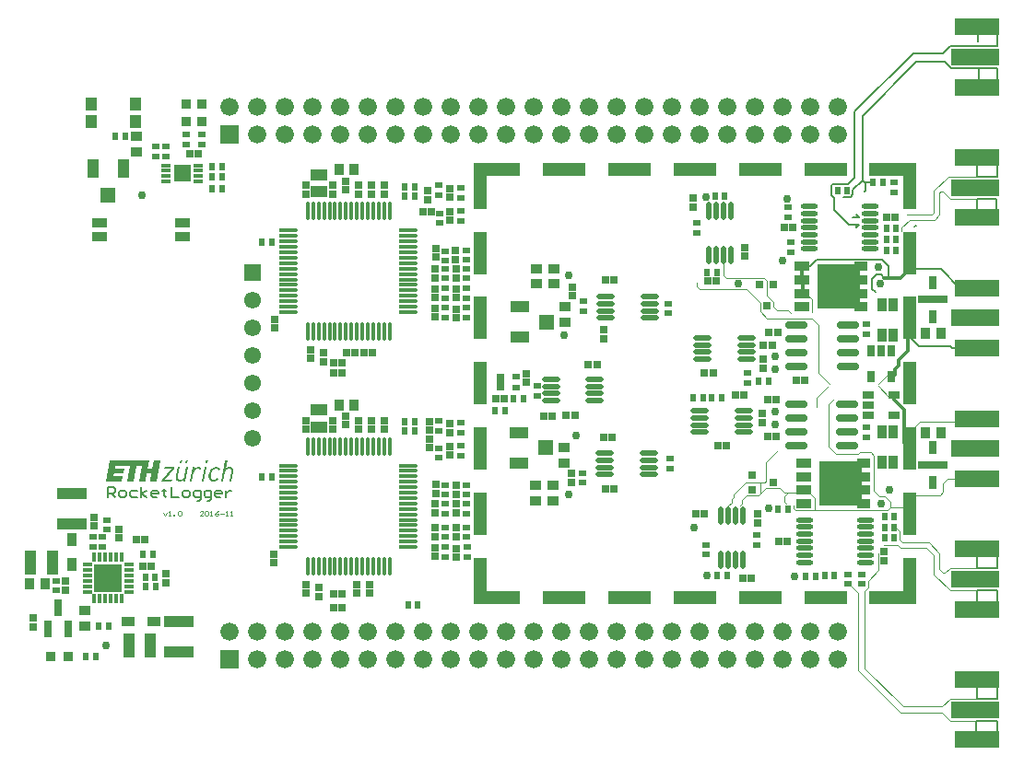
<source format=gbr>
G04 Layer_Color=8388736*
%FSLAX45Y45*%
%MOMM*%
%TF.FileFunction,Soldermask,Top*%
%TF.Part,Single*%
G01*
G75*
%TA.AperFunction,Conductor*%
%ADD59C,0.35000*%
%ADD60C,0.12500*%
%ADD61C,0.20000*%
%TA.AperFunction,NonConductor*%
%ADD70C,0.12000*%
%ADD71C,0.20000*%
%TA.AperFunction,SMDPad,CuDef*%
%ADD94R,0.60000X0.70000*%
%ADD95R,0.70000X0.60000*%
%ADD96R,0.67000X0.67000*%
%ADD97C,0.75000*%
%ADD99R,4.10000X1.65000*%
%ADD101R,0.67000X0.67000*%
%ADD103R,1.05000X0.85000*%
%ADD104R,0.85000X1.05000*%
%ADD106R,2.75000X1.10000*%
%ADD107O,1.65000X0.54900*%
%ADD110R,0.80000X1.05000*%
%ADD112O,1.55000X0.50000*%
%TA.AperFunction,ComponentPad*%
%ADD121C,1.55000*%
%ADD122R,1.55000X1.55000*%
%ADD123C,1.67400*%
%ADD124R,1.67400X1.67400*%
%TA.AperFunction,SMDPad,CuDef*%
%ADD137R,0.75000X1.65000*%
%ADD138R,2.75000X0.75000*%
%ADD139R,0.65000X1.15000*%
%ADD140R,4.40000X1.65000*%
%ADD141R,0.75000X0.50000*%
%ADD142R,1.75000X1.05000*%
%ADD143R,1.45000X1.45000*%
%ADD144R,1.42000X0.91000*%
%ADD145R,1.05000X0.80000*%
%ADD146R,0.65000X0.80000*%
%ADD147R,1.13000X2.23000*%
%ADD148O,1.65000X0.54999*%
%ADD149O,0.54900X1.65000*%
%ADD150R,0.95000X0.95000*%
%ADD151R,2.60000X2.60000*%
%ADD152O,0.40000X0.95000*%
%ADD153O,0.95000X0.40000*%
%ADD154R,0.90000X0.40000*%
%ADD155R,1.51000X1.61000*%
%ADD156R,1.29300X0.91200*%
%ADD157R,0.91200X1.29300*%
%ADD158R,1.17000X0.81000*%
%ADD159R,1.42000X0.81000*%
%ADD160R,0.91200X1.15000*%
%ADD161O,2.05000X0.75000*%
%ADD162R,0.80000X0.65000*%
%ADD163O,0.40000X1.70000*%
%ADD164O,1.70000X0.40000*%
%ADD165R,1.50000X1.10000*%
%ADD166R,1.05000X1.15000*%
%ADD167R,1.05000X1.75000*%
%ADD168R,1.45000X1.45000*%
%ADD169R,0.95000X0.95000*%
%ADD170R,1.15000X4.25000*%
%ADD171R,4.25000X1.15000*%
%ADD172R,1.15000X3.95000*%
%ADD173R,3.95000X1.15000*%
%TA.AperFunction,Conductor*%
%ADD174R,3.96000X4.06000*%
G36*
X9180582Y9449838D02*
X9161920D01*
Y9450338D01*
X9164252Y9463668D01*
X9161586Y9461002D01*
X9158754Y9458669D01*
X9155755Y9456670D01*
X9152589Y9454837D01*
X9149590Y9453504D01*
X9146424Y9452171D01*
X9143258Y9451171D01*
X9140425Y9450338D01*
X9137593Y9449838D01*
X9135093Y9449338D01*
X9132760Y9449005D01*
X9130761Y9448672D01*
X9129095D01*
X9127762Y9448505D01*
X9126762D01*
X9122930Y9448672D01*
X9119264Y9449172D01*
X9116098Y9450005D01*
X9113432Y9450838D01*
X9111099Y9451671D01*
X9109433Y9452504D01*
X9108767Y9452671D01*
X9108267Y9453004D01*
X9108100Y9453171D01*
X9107934D01*
X9105101Y9455004D01*
X9102602Y9457003D01*
X9100435Y9459169D01*
X9098769Y9461335D01*
X9097270Y9463168D01*
X9096270Y9464668D01*
X9095603Y9465668D01*
X9095437Y9465834D01*
Y9466001D01*
X9093937Y9469167D01*
X9092771Y9472499D01*
X9092104Y9475665D01*
X9091438Y9478498D01*
X9091105Y9481164D01*
Y9482163D01*
X9090938Y9483163D01*
Y9483996D01*
Y9484496D01*
Y9484829D01*
Y9484996D01*
X9091105Y9488995D01*
X9091438Y9490994D01*
X9091604Y9492827D01*
X9091938Y9494327D01*
X9092104Y9495493D01*
X9092271Y9496326D01*
Y9496660D01*
X9108767Y9579472D01*
X9127762D01*
X9127595Y9579305D01*
X9111599Y9499492D01*
X9111099Y9497160D01*
X9110766Y9494827D01*
X9110600Y9492827D01*
X9110433Y9490994D01*
X9110266Y9489661D01*
Y9488495D01*
Y9487829D01*
Y9487495D01*
X9110600Y9483830D01*
X9111266Y9480664D01*
X9112266Y9477831D01*
X9113432Y9475498D01*
X9114432Y9473666D01*
X9115432Y9472333D01*
X9116098Y9471499D01*
X9116431Y9471166D01*
X9118931Y9469167D01*
X9121763Y9467834D01*
X9124596Y9466834D01*
X9127429Y9466001D01*
X9129761Y9465668D01*
X9131761Y9465501D01*
X9132594Y9465334D01*
X9133594D01*
X9137426Y9465501D01*
X9139259Y9465834D01*
X9140758Y9466168D01*
X9142091Y9466334D01*
X9143258Y9466667D01*
X9143924Y9466834D01*
X9144091D01*
X9147423Y9468000D01*
X9150423Y9469500D01*
X9153089Y9471000D01*
X9155255Y9472499D01*
X9157254Y9473999D01*
X9158587Y9475165D01*
X9159420Y9475832D01*
X9159754Y9476165D01*
X9162753Y9479831D01*
X9165086Y9483663D01*
X9167085Y9487662D01*
X9168751Y9491494D01*
X9169251Y9493327D01*
X9169918Y9494993D01*
X9170251Y9496493D01*
X9170584Y9497659D01*
X9170917Y9498659D01*
X9171084Y9499492D01*
X9171251Y9499992D01*
Y9500159D01*
X9187080Y9579472D01*
X9206242D01*
X9180582Y9449838D01*
D02*
G37*
G36*
X9466175Y9580971D02*
X9470341Y9580472D01*
X9473840Y9579638D01*
X9477006Y9578805D01*
X9479505Y9577972D01*
X9480505Y9577639D01*
X9481338Y9577139D01*
X9482171Y9576972D01*
X9482671Y9576639D01*
X9482838Y9576473D01*
X9483004D01*
X9486337Y9574640D01*
X9489336Y9572307D01*
X9492168Y9569974D01*
X9494501Y9567475D01*
X9496501Y9565309D01*
X9498000Y9563643D01*
X9498500Y9562976D01*
X9498833Y9562476D01*
X9499167Y9562143D01*
Y9561976D01*
X9499500Y9561643D01*
X9485170Y9549646D01*
X9485004Y9550146D01*
X9483004Y9552812D01*
X9481171Y9554978D01*
X9479338Y9556811D01*
X9477672Y9558311D01*
X9476173Y9559477D01*
X9475173Y9560310D01*
X9474506Y9560810D01*
X9474173Y9560977D01*
X9472007Y9562143D01*
X9469508Y9562976D01*
X9467175Y9563476D01*
X9465009Y9563976D01*
X9463009Y9564142D01*
X9461510Y9564309D01*
X9460010D01*
X9457011Y9564142D01*
X9454178Y9563809D01*
X9451346Y9563143D01*
X9448680Y9562310D01*
X9446180Y9561476D01*
X9443848Y9560477D01*
X9441681Y9559310D01*
X9439682Y9558144D01*
X9438016Y9556978D01*
X9436349Y9555811D01*
X9435016Y9554811D01*
X9433850Y9553978D01*
X9432850Y9553145D01*
X9432184Y9552479D01*
X9431851Y9552145D01*
X9431684Y9551979D01*
X9429185Y9548980D01*
X9427018Y9545980D01*
X9425019Y9542815D01*
X9423353Y9539815D01*
X9422020Y9537316D01*
X9421520Y9536150D01*
X9421020Y9535150D01*
X9420687Y9534483D01*
X9420354Y9533817D01*
X9420187Y9533484D01*
Y9533317D01*
X9419021Y9530151D01*
X9417854Y9526819D01*
X9417021Y9523819D01*
X9416188Y9520820D01*
X9415688Y9518321D01*
X9415355Y9517321D01*
X9415188Y9516488D01*
X9415022Y9515655D01*
Y9515155D01*
X9414855Y9514822D01*
Y9514655D01*
X9414188Y9510823D01*
X9413689Y9507157D01*
X9413355Y9503991D01*
X9413189Y9501159D01*
X9413022Y9498826D01*
X9412855Y9496993D01*
Y9496326D01*
Y9495827D01*
Y9495660D01*
Y9495493D01*
X9413022Y9492661D01*
X9413189Y9489995D01*
X9413689Y9487495D01*
X9414188Y9485329D01*
X9414855Y9483163D01*
X9415688Y9481330D01*
X9416521Y9479497D01*
X9417354Y9477998D01*
X9418021Y9476498D01*
X9418854Y9475332D01*
X9419687Y9474332D01*
X9420354Y9473499D01*
X9420853Y9472832D01*
X9421353Y9472333D01*
X9421520Y9472166D01*
X9421687Y9471999D01*
X9424686Y9469833D01*
X9427685Y9468167D01*
X9430851Y9467001D01*
X9433850Y9466168D01*
X9436516Y9465668D01*
X9437682Y9465501D01*
X9438682D01*
X9439349Y9465334D01*
X9440515D01*
X9443848Y9465501D01*
X9446847Y9465834D01*
X9449513Y9466334D01*
X9452012Y9467001D01*
X9454012Y9467667D01*
X9455345Y9468167D01*
X9456344Y9468500D01*
X9456678Y9468667D01*
X9459510Y9470166D01*
X9462176Y9471833D01*
X9464676Y9473666D01*
X9467008Y9475665D01*
X9468841Y9477331D01*
X9470341Y9478664D01*
X9471340Y9479664D01*
X9471674Y9479831D01*
Y9479997D01*
X9471840Y9480164D01*
Y9479997D01*
X9482838Y9466667D01*
X9482671Y9466501D01*
X9479338Y9463335D01*
X9475839Y9460669D01*
X9472507Y9458336D01*
X9469508Y9456503D01*
X9466842Y9455004D01*
X9465675Y9454504D01*
X9464676Y9454004D01*
X9463842Y9453671D01*
X9463343Y9453337D01*
X9463009Y9453171D01*
X9462843D01*
X9458677Y9451671D01*
X9454511Y9450505D01*
X9450679Y9449672D01*
X9447013Y9449172D01*
X9445514Y9448839D01*
X9444014D01*
X9442681Y9448672D01*
X9441681Y9448505D01*
X9439515D01*
X9434517Y9448672D01*
X9429851Y9449338D01*
X9425685Y9450338D01*
X9422186Y9451338D01*
X9420520Y9451838D01*
X9419187Y9452338D01*
X9418021Y9452838D01*
X9417021Y9453337D01*
X9416188Y9453671D01*
X9415688Y9454004D01*
X9415355Y9454171D01*
X9415188D01*
X9411522Y9456503D01*
X9408357Y9459003D01*
X9405691Y9461669D01*
X9403524Y9464168D01*
X9401692Y9466501D01*
X9400359Y9468500D01*
X9400025Y9469167D01*
X9399692Y9469667D01*
X9399359Y9470000D01*
Y9470166D01*
X9397526Y9474332D01*
X9396193Y9478498D01*
X9395193Y9482663D01*
X9394527Y9486496D01*
X9394360Y9488328D01*
X9394194Y9489828D01*
X9394027Y9491328D01*
Y9492661D01*
X9393860Y9493660D01*
Y9494327D01*
Y9494827D01*
Y9494993D01*
X9394027Y9498659D01*
X9394194Y9502325D01*
X9394527Y9505657D01*
X9394860Y9508823D01*
X9395193Y9511323D01*
X9395360Y9512322D01*
X9395527Y9513322D01*
X9395693Y9513989D01*
X9395860Y9514488D01*
Y9514822D01*
Y9514988D01*
X9397026Y9520654D01*
X9398526Y9526152D01*
X9400192Y9531151D01*
X9401858Y9535983D01*
X9403858Y9540315D01*
X9405691Y9544314D01*
X9407690Y9547980D01*
X9409523Y9551146D01*
X9411356Y9554145D01*
X9413189Y9556644D01*
X9414688Y9558810D01*
X9416021Y9560643D01*
X9417188Y9561976D01*
X9418187Y9562976D01*
X9418687Y9563643D01*
X9418854Y9563809D01*
X9422186Y9566808D01*
X9425685Y9569474D01*
X9429185Y9571807D01*
X9432850Y9573807D01*
X9436516Y9575473D01*
X9440015Y9576972D01*
X9443514Y9578139D01*
X9446847Y9578972D01*
X9449846Y9579638D01*
X9452845Y9580305D01*
X9455345Y9580638D01*
X9457511Y9580805D01*
X9459344Y9580971D01*
X9460677Y9581138D01*
X9461843D01*
X9466175Y9580971D01*
D02*
G37*
G36*
X9549987Y9566475D02*
X9552653Y9569141D01*
X9555652Y9571307D01*
X9558651Y9573307D01*
X9561651Y9574973D01*
X9564817Y9576306D01*
X9567816Y9577639D01*
X9570815Y9578472D01*
X9573814Y9579305D01*
X9576480Y9579972D01*
X9578980Y9580305D01*
X9581146Y9580638D01*
X9583145Y9580971D01*
X9584811D01*
X9585978Y9581138D01*
X9586978D01*
X9590810Y9580971D01*
X9594476Y9580472D01*
X9597641Y9579638D01*
X9600474Y9578805D01*
X9602640Y9577972D01*
X9604306Y9577139D01*
X9604973Y9576972D01*
X9605473Y9576639D01*
X9605639Y9576473D01*
X9605806D01*
X9608639Y9574640D01*
X9611305Y9572640D01*
X9613471Y9570474D01*
X9615137Y9568308D01*
X9616637Y9566475D01*
X9617636Y9564976D01*
X9618303Y9563976D01*
X9618469Y9563809D01*
Y9563643D01*
X9619969Y9560477D01*
X9621135Y9557144D01*
X9621802Y9553978D01*
X9622468Y9550979D01*
X9622802Y9548313D01*
Y9547313D01*
X9622968Y9546314D01*
Y9545481D01*
Y9544981D01*
Y9544647D01*
Y9544481D01*
Y9542481D01*
X9622802Y9540315D01*
X9622635Y9538149D01*
X9622302Y9535983D01*
X9622135Y9534317D01*
X9621802Y9532817D01*
X9621635Y9531817D01*
Y9531651D01*
Y9531484D01*
X9604973Y9449838D01*
X9586144D01*
X9602140Y9529651D01*
X9602640Y9532484D01*
X9602973Y9534983D01*
X9603307Y9536983D01*
X9603473Y9538649D01*
X9603640Y9539982D01*
Y9540982D01*
Y9541482D01*
Y9541648D01*
X9603307Y9545481D01*
X9602640Y9548813D01*
X9601640Y9551646D01*
X9600474Y9553978D01*
X9599308Y9555811D01*
X9598308Y9557144D01*
X9597641Y9557977D01*
X9597308Y9558311D01*
X9594809Y9560310D01*
X9592143Y9561810D01*
X9589310Y9562809D01*
X9586644Y9563643D01*
X9584145Y9563976D01*
X9582312Y9564142D01*
X9581479Y9564309D01*
X9580479D01*
X9576647Y9563976D01*
X9574814Y9563809D01*
X9573148Y9563476D01*
X9571815Y9563143D01*
X9570815Y9562976D01*
X9569982Y9562643D01*
X9569815D01*
X9566483Y9561476D01*
X9563484Y9559977D01*
X9560818Y9558477D01*
X9558485Y9556978D01*
X9556652Y9555478D01*
X9555319Y9554312D01*
X9554486Y9553478D01*
X9554153Y9553145D01*
X9551153Y9549646D01*
X9548654Y9545647D01*
X9546655Y9541648D01*
X9545155Y9537816D01*
X9543822Y9534483D01*
X9543489Y9532984D01*
X9543155Y9531651D01*
X9542822Y9530651D01*
X9542656Y9529818D01*
X9542489Y9529318D01*
Y9529151D01*
X9526660Y9449838D01*
X9507831D01*
X9545821Y9638623D01*
X9564650D01*
X9549987Y9566475D01*
D02*
G37*
G36*
X9075608Y9563643D02*
X8989630Y9466667D01*
X9057780D01*
X9054614Y9449838D01*
X8963137D01*
X8966303Y9465834D01*
X9052114Y9562643D01*
X8987798D01*
Y9563143D01*
X8990963Y9579472D01*
X9078774D01*
X9075608Y9563643D01*
D02*
G37*
G36*
X9349705Y9449838D02*
X9330876D01*
Y9450338D01*
X9356870Y9579472D01*
X9375532D01*
X9349705Y9449838D01*
D02*
G37*
G36*
X9199077Y9615129D02*
X9180248D01*
X9185080Y9638623D01*
X9203909D01*
X9199077Y9615129D01*
D02*
G37*
G36*
X9382863D02*
X9363868D01*
X9368700Y9638623D01*
X9387695D01*
X9382863Y9615129D01*
D02*
G37*
G36*
X9148756D02*
X9129928D01*
X9134760Y9638623D01*
X9153588D01*
X9148756Y9615129D01*
D02*
G37*
G36*
X9303383Y9580971D02*
X9306383Y9580638D01*
X9309215Y9579972D01*
X9312048Y9579305D01*
X9314547Y9578305D01*
X9316880Y9577306D01*
X9318880Y9576139D01*
X9320879Y9575140D01*
X9322545Y9573973D01*
X9324045Y9572807D01*
X9325211Y9571807D01*
X9326378Y9570807D01*
X9327211Y9570141D01*
X9327711Y9569474D01*
X9328044Y9569141D01*
X9328210Y9568975D01*
X9328544Y9568641D01*
X9313048Y9555145D01*
Y9555311D01*
X9311715Y9556978D01*
X9310215Y9558311D01*
X9308715Y9559477D01*
X9307216Y9560477D01*
X9304217Y9562143D01*
X9301217Y9563143D01*
X9298718Y9563809D01*
X9297718Y9563976D01*
X9296719Y9564142D01*
X9295885Y9564309D01*
X9294886D01*
X9291720Y9564142D01*
X9288721Y9563643D01*
X9285888Y9562809D01*
X9283389Y9562143D01*
X9281389Y9561310D01*
X9279723Y9560477D01*
X9278723Y9559977D01*
X9278556Y9559810D01*
X9278390D01*
X9275557Y9557977D01*
X9273058Y9555978D01*
X9270892Y9553812D01*
X9268892Y9551812D01*
X9267393Y9549979D01*
X9266226Y9548480D01*
X9265560Y9547480D01*
X9265227Y9547313D01*
Y9547147D01*
X9263394Y9544148D01*
X9261727Y9540982D01*
X9260394Y9537982D01*
X9259395Y9535150D01*
X9258728Y9532817D01*
X9258062Y9530818D01*
X9257895Y9530151D01*
Y9529651D01*
X9257728Y9529318D01*
Y9529151D01*
X9241899Y9449838D01*
X9222904D01*
X9223071Y9450338D01*
X9248731Y9579472D01*
X9267559D01*
X9267226Y9579305D01*
X9264560Y9564642D01*
X9266893Y9567475D01*
X9269392Y9569808D01*
X9272058Y9571974D01*
X9274391Y9573640D01*
X9276557Y9574973D01*
X9278223Y9575973D01*
X9278890Y9576306D01*
X9279390Y9576639D01*
X9279556Y9576806D01*
X9279723D01*
X9283222Y9578305D01*
X9286888Y9579305D01*
X9290220Y9580138D01*
X9293386Y9580638D01*
X9296052Y9580971D01*
X9297218D01*
X9298218Y9581138D01*
X9300051D01*
X9303383Y9580971D01*
D02*
G37*
G36*
X8913650Y9449838D02*
X8854332D01*
X8868995Y9522986D01*
X8826672D01*
X8812009Y9449838D01*
X8753024D01*
X8781350Y9591469D01*
X8731863D01*
X8703370Y9449838D01*
X8644219D01*
X8672878Y9591469D01*
X8538079D01*
X8532914Y9565475D01*
X8617892D01*
X8609228Y9522986D01*
X8524250D01*
X8519084Y9497160D01*
X8604229D01*
X8594732Y9449838D01*
X8450768D01*
X8488759Y9638623D01*
X8850000D01*
X8835003Y9565475D01*
X8877659D01*
X8892322Y9638623D01*
X8951640D01*
X8913650Y9449838D01*
D02*
G37*
D59*
X15695955Y10478193D02*
X15730956Y10513193D01*
X14848454Y11176500D02*
Y11296693D01*
X15692525Y10196807D02*
X15780000Y10109331D01*
X15750000Y11320000D02*
X15830000Y11400000D01*
X15600000Y11320000D02*
X15642500D01*
X15780000Y9800000D02*
Y10109331D01*
X15692525Y10196807D02*
Y10246807D01*
X15819215Y10649215D02*
Y10910784D01*
X15730956Y10560956D02*
X15819215Y10649215D01*
X15730956Y10513193D02*
Y10560956D01*
X15642500Y11320000D02*
X15750000D01*
X14847501Y11303500D02*
Y11428008D01*
X15695955Y10428193D02*
Y10478193D01*
D60*
X15543111Y10346250D02*
X15645505Y10448644D01*
X15800000Y9320000D02*
X16110001D01*
X14719807Y9348750D02*
X14910580D01*
X16237500Y10000000D02*
X16264500Y10027000D01*
X15925000Y10000000D02*
X16237500D01*
X15830000Y9905000D02*
X15925000Y10000000D01*
X15800000Y9320000D02*
X15830000Y9290000D01*
Y9250000D02*
Y9290000D01*
X16139999Y9350000D02*
Y9430000D01*
X16110001Y9320000D02*
X16139999Y9350000D01*
Y9430000D02*
X16183000Y9473000D01*
X16452499D01*
X15556831Y9312500D02*
X15607500D01*
X15505000Y9364331D02*
X15556831Y9312500D01*
X15607500D02*
X15657526Y9262476D01*
X14962500Y9183056D02*
X15628773D01*
X14784444D02*
X14962500D01*
X14962257Y9183298D02*
Y9297073D01*
X14767500Y9200000D02*
Y9225000D01*
Y9200000D02*
X14784444Y9183056D01*
X14910580Y9348750D02*
X14962257Y9297073D01*
X14685001Y9257500D02*
X14701270Y9241231D01*
X14685001Y9257500D02*
Y9313943D01*
X14719807Y9348750D01*
X14681250D02*
X14719807D01*
X14460001Y9337500D02*
Y9435000D01*
X14512500Y9390000D02*
X14639999D01*
X14460001Y9337500D02*
X14512500Y9390000D01*
X14445000Y9322500D02*
X14460001Y9337500D01*
X14332500Y9322500D02*
X14445000D01*
X14291251Y9281250D02*
X14332500Y9322500D01*
X14170000Y9135000D02*
Y9230000D01*
X14196249Y9256250D01*
Y9283750D01*
X14218750Y9306250D02*
Y9328091D01*
X14196249Y9283750D02*
X14218750Y9306250D01*
X14460001Y9435000D02*
X14500000D01*
X14325659D02*
X14460001D01*
X14500000D02*
X14514999Y9450000D01*
X14218750Y9328091D02*
X14325659Y9435000D01*
X14514999Y9625000D02*
X14622556Y9732556D01*
X14514999Y9450000D02*
Y9625000D01*
X15543430Y10325000D02*
X15642075Y10226356D01*
X15091273Y9767607D02*
Y10159999D01*
X15474443Y9715557D02*
X15505000Y9685000D01*
Y9364331D02*
Y9685000D01*
X15376680Y9715557D02*
X15474443D01*
X15657526Y9211806D02*
Y9262476D01*
X14997501Y10442500D02*
X15039999Y10400000D01*
X14937500Y10945000D02*
X14997501Y10885000D01*
Y10442500D02*
Y10885000D01*
X13877499Y11245000D02*
Y11272500D01*
Y11245000D02*
X13907500Y11215000D01*
X14335001D02*
X14460001Y11090000D01*
X13907500Y11215000D02*
X14335001D01*
X14525000Y10945000D02*
X14937500D01*
X14460001Y11010000D02*
X14525000Y10945000D01*
X14460001Y11010000D02*
Y11090000D01*
X14718750Y11021250D02*
X14739742Y11000258D01*
X14932500Y11005000D02*
Y11121250D01*
X14122501Y11342500D02*
X14146249Y11318750D01*
X14493750D01*
X14520000Y11292500D01*
Y11160000D02*
Y11292500D01*
Y11160000D02*
X14580000Y11100000D01*
X14877249Y11176500D02*
X14932500Y11121250D01*
X15809645Y11905000D02*
X16039645D01*
X15757500Y11749320D02*
Y11782144D01*
X15830354Y11855000D01*
X16060355D01*
X16105000Y11899645D01*
Y12099645D01*
X16115356Y12110000D01*
X16139999D01*
X16202499Y12047500D01*
X16452499D01*
X15710001Y11675000D02*
Y11690000D01*
X16187144Y12252500D02*
X16450000D01*
X16055000Y12120355D02*
X16187144Y12252500D01*
X16055000Y11920356D02*
Y12120355D01*
X16039645Y11905000D02*
X16055000Y11920356D01*
X15264999Y8505000D02*
X15276250D01*
X15361250Y8420000D01*
Y7708092D02*
Y8420000D01*
Y7708092D02*
X15748091Y7321250D01*
X16128751D01*
X16128751Y7378750D02*
X16202499Y7452500D01*
X16128751Y7321250D02*
X16202499Y7247500D01*
X16439999D01*
X15450000Y8470000D02*
Y8535000D01*
X15418750Y8438750D02*
X15450000Y8470000D01*
X15418750Y7731909D02*
Y8438750D01*
Y7731909D02*
X15771909Y7378750D01*
X16128751D01*
X16202499Y7452500D02*
X16450000D01*
X15450000Y8535000D02*
X15548775Y8633775D01*
Y8790910D01*
X15596265Y8860000D02*
X15723976D01*
X15748976Y8835000D01*
X15989645D01*
X16055000Y8769645D01*
X16105000Y8640355D02*
Y8790355D01*
X16010355Y8885000D02*
X16105000Y8790355D01*
X15769687Y8885000D02*
X16010355D01*
X16055000Y8595000D02*
Y8769645D01*
Y8595000D02*
X16202499Y8447500D01*
X16450000D01*
X15692525Y9026806D02*
X15703194D01*
X15739999Y8990000D01*
Y8914687D02*
Y8990000D01*
Y8914687D02*
X15769687Y8885000D01*
X16105000Y8640355D02*
X16135356Y8610000D01*
X16160001D01*
X16202499Y8652500D01*
X16450000D01*
X15091273Y9767607D02*
X15158826Y9700056D01*
X15091273Y10159999D02*
X15143774Y10212500D01*
X14612515Y11021250D02*
X14718750D01*
X14580000Y11053765D02*
X14612515Y11021250D01*
X14580000Y11053765D02*
Y11100000D01*
X14122501Y11342500D02*
Y11527500D01*
X14280000Y9230000D02*
X14291251Y9241251D01*
Y9281250D01*
X14639999Y9390000D02*
X14681250Y9348750D01*
X15628773Y9183056D02*
X15657526Y9211806D01*
X15158826Y9700056D02*
X15361180D01*
X15376680Y9715557D01*
X15657526Y9211806D02*
X15791808D01*
X15810001Y9270000D02*
X15830000Y9250000D01*
X14978275Y10134396D02*
Y10216705D01*
X15039999Y10278431D01*
X15086569Y10325000D01*
X15039999Y10400000D02*
X15093750Y10346250D01*
D61*
X16120000Y11400000D02*
X16292999Y11227000D01*
X15830000Y11400000D02*
X16120000D01*
X16210001Y10690000D02*
X16227000Y10673000D01*
X15920000Y10690000D02*
X16210001D01*
X15830000Y10780000D02*
X15920000Y10690000D01*
X15642500Y11320000D02*
Y11425000D01*
X15580000Y11487500D02*
X15642500Y11425000D01*
X14980000Y11487500D02*
X15580000D01*
X14920508Y11428008D02*
X14980000Y11487500D01*
X14847501Y11428008D02*
X14920508D01*
X15600000Y11320000D02*
X15602499Y11322500D01*
X15137500Y11941538D02*
Y12057500D01*
X15117500Y12077500D02*
X15137500Y12057500D01*
X15117500Y12077500D02*
Y12170000D01*
X15130000Y12182500D02*
X15267720D01*
X15117500Y12170000D02*
X15130000Y12182500D01*
X15267720D02*
X15329800Y12244580D01*
X15137500Y11941538D02*
X15271538Y11807500D01*
X15295000Y12067500D02*
X15312500Y12085000D01*
X15225000Y12067500D02*
X15295000D01*
X15312500Y12085000D02*
Y12127719D01*
X15400200Y12215420D01*
X15880000Y11790000D02*
X15889999Y11800000D01*
X16630000Y11870000D02*
X16640001Y11860000D01*
X16452499Y12047500D02*
X16630000D01*
X16450000Y12252500D02*
Y12290000D01*
Y12424500D01*
Y12252500D02*
X16639999D01*
Y12350000D01*
X16563000Y12427000D02*
X16639999Y12350000D01*
X16640001Y13452499D02*
Y13550000D01*
X16135199Y13385201D02*
X16202499Y13452499D01*
X16640001Y7140000D02*
Y7247500D01*
X16439999D02*
X16640001D01*
X16439999Y7210000D02*
Y7247500D01*
X16640001Y7452500D02*
Y7610000D01*
X16450000Y7452500D02*
X16640001D01*
X16450000D02*
Y7490000D01*
X16439999Y7085500D02*
Y7210000D01*
Y7085500D02*
X16452499Y7073000D01*
X16450000Y7490000D02*
Y7624500D01*
X16637502Y8652500D02*
Y8777500D01*
X16450000Y8652500D02*
Y8690000D01*
Y8824500D01*
Y8275500D02*
Y8410000D01*
Y8447500D01*
Y8652500D02*
X16637502D01*
X16450000Y8824500D02*
X16452499Y8827000D01*
X16450000Y8447500D02*
X16637502D01*
X16450000Y8275500D02*
X16452499Y8273000D01*
X16154890Y13305110D02*
X16212500Y13247501D01*
X15339999Y11900000D02*
X15364999Y11875000D01*
X15400200Y12215420D02*
Y12810420D01*
Y12215420D02*
X15415620Y12200000D01*
X15430000D01*
X15400200Y12810420D02*
X15894890Y13305110D01*
X16470000Y13090498D02*
Y13210001D01*
Y13247501D01*
X16212500D02*
X16467500D01*
X15894890Y13305110D02*
X16154890D01*
X15489999Y11217225D02*
X15518608Y11188617D01*
X15489999Y11217225D02*
Y11310000D01*
X15520000Y11340000D01*
Y11350000D01*
X15570000D01*
X15600000Y11320000D01*
X16227000Y10673000D02*
X16452499D01*
X16460001Y8884000D02*
X16460001Y8884000D01*
X15430000Y12200000D02*
X15495000D01*
X15863980Y13385201D02*
X16135199D01*
X15329800Y12851019D02*
X15863980Y13385201D01*
X15329800Y12244580D02*
Y12851019D01*
X15271538Y11807500D02*
X15339999D01*
X15367500D01*
X15339999Y11780000D02*
X15367500Y11807500D01*
X15339999Y11780000D02*
Y11807500D01*
X15420000Y12110000D02*
X15430000Y12120000D01*
Y12200000D01*
X16470000Y13247501D02*
X16640001D01*
X16460001Y13489999D02*
Y13619501D01*
X16637502Y8777500D02*
X16640001Y8780000D01*
X16637502Y8272500D02*
X16640001Y8270000D01*
X16452499Y11873000D02*
Y12047500D01*
X16630000Y11870000D02*
Y12047500D01*
X16320000Y8820962D02*
Y8884000D01*
X16460001D01*
X16637502Y8272500D02*
Y8447500D01*
X15313181Y11875000D02*
X15364999D01*
X16202499Y13452499D02*
X16640001D01*
Y13070000D02*
Y13247501D01*
D70*
X8977842Y9163323D02*
X8994503Y9130000D01*
X9011164Y9163323D01*
X9027825Y9130000D02*
X9044486D01*
X9036156D01*
Y9179984D01*
X9027825Y9171653D01*
X9069478Y9130000D02*
Y9138331D01*
X9077809D01*
Y9130000D01*
X9069478D01*
X9111132Y9171653D02*
X9119462Y9179984D01*
X9136123D01*
X9144454Y9171653D01*
Y9138331D01*
X9136123Y9130000D01*
X9119462D01*
X9111132Y9138331D01*
Y9171653D01*
X9344389Y9130000D02*
X9311066D01*
X9344389Y9163323D01*
Y9171653D01*
X9336058Y9179984D01*
X9319397D01*
X9311066Y9171653D01*
X9361050D02*
X9369381Y9179984D01*
X9386042D01*
X9394372Y9171653D01*
Y9138331D01*
X9386042Y9130000D01*
X9369381D01*
X9361050Y9138331D01*
Y9171653D01*
X9411034Y9130000D02*
X9427695D01*
X9419364D01*
Y9179984D01*
X9411034Y9171653D01*
X9486009Y9179984D02*
X9469348Y9171653D01*
X9452687Y9154992D01*
Y9138331D01*
X9461017Y9130000D01*
X9477679D01*
X9486009Y9138331D01*
Y9146661D01*
X9477679Y9154992D01*
X9452687D01*
X9502670D02*
X9535993D01*
X9552654Y9130000D02*
X9569315D01*
X9560985D01*
Y9179984D01*
X9552654Y9171653D01*
X9594307Y9130000D02*
X9610968D01*
X9602638D01*
Y9179984D01*
X9594307Y9171653D01*
D71*
X8470000Y9300000D02*
Y9399968D01*
X8519984D01*
X8536645Y9383306D01*
Y9349984D01*
X8519984Y9333322D01*
X8470000D01*
X8503323D02*
X8536645Y9300000D01*
X8586629D02*
X8619952D01*
X8636613Y9316661D01*
Y9349984D01*
X8619952Y9366645D01*
X8586629D01*
X8569968Y9349984D01*
Y9316661D01*
X8586629Y9300000D01*
X8736581Y9366645D02*
X8686597D01*
X8669936Y9349984D01*
Y9316661D01*
X8686597Y9300000D01*
X8736581D01*
X8769903D02*
Y9399968D01*
Y9333322D02*
X8819887Y9366645D01*
X8769903Y9333322D02*
X8819887Y9300000D01*
X8919855D02*
X8886533D01*
X8869871Y9316661D01*
Y9349984D01*
X8886533Y9366645D01*
X8919855D01*
X8936516Y9349984D01*
Y9333322D01*
X8869871D01*
X8986500Y9383306D02*
Y9366645D01*
X8969839D01*
X9003162D01*
X8986500D01*
Y9316661D01*
X9003162Y9300000D01*
X9053145Y9399968D02*
Y9300000D01*
X9119790D01*
X9169775D02*
X9203097D01*
X9219758Y9316661D01*
Y9349984D01*
X9203097Y9366645D01*
X9169775D01*
X9153113Y9349984D01*
Y9316661D01*
X9169775Y9300000D01*
X9286404Y9266677D02*
X9303065D01*
X9319726Y9283339D01*
Y9366645D01*
X9269742D01*
X9253081Y9349984D01*
Y9316661D01*
X9269742Y9300000D01*
X9319726D01*
X9386371Y9266677D02*
X9403033D01*
X9419694Y9283339D01*
Y9366645D01*
X9369710D01*
X9353049Y9349984D01*
Y9316661D01*
X9369710Y9300000D01*
X9419694D01*
X9503001D02*
X9469678D01*
X9453017Y9316661D01*
Y9349984D01*
X9469678Y9366645D01*
X9503001D01*
X9519662Y9349984D01*
Y9333322D01*
X9453017D01*
X9552984Y9366645D02*
Y9300000D01*
Y9333322D01*
X9569646Y9349984D01*
X9586307Y9366645D01*
X9602968D01*
D94*
X11315000Y8310000D02*
D03*
X11225000D02*
D03*
X8385000Y8120000D02*
D03*
X8475000D02*
D03*
X14967525Y8576806D02*
D03*
X14877524D02*
D03*
X14625000Y9190000D02*
D03*
X14714999D02*
D03*
X15052525Y8586806D02*
D03*
X15142525D02*
D03*
X15710001Y11575000D02*
D03*
X15620000D02*
D03*
X15602525Y9126806D02*
D03*
X15692525D02*
D03*
X14155000Y8580000D02*
D03*
X14064999D02*
D03*
X14045000Y12070000D02*
D03*
X14135001D02*
D03*
X13975000Y11370000D02*
D03*
X14064999D02*
D03*
X9885000Y9490001D02*
D03*
X9975000D02*
D03*
X8814000Y8570000D02*
D03*
X8904000D02*
D03*
X12115000Y10100000D02*
D03*
X12025000D02*
D03*
X8355000Y7840000D02*
D03*
X8265000D02*
D03*
X8794000Y8780000D02*
D03*
X8884000D02*
D03*
X8815000Y8480000D02*
D03*
X8905000D02*
D03*
X9515000Y12250000D02*
D03*
X9425000D02*
D03*
X9515000Y12140000D02*
D03*
X9425000D02*
D03*
X9425000Y12340000D02*
D03*
X9515000D02*
D03*
X12195000Y10210000D02*
D03*
X12285000D02*
D03*
X11285000Y10000001D02*
D03*
X11195000D02*
D03*
X11285000Y9910001D02*
D03*
X11195000D02*
D03*
X11285000Y12160001D02*
D03*
X11195000D02*
D03*
X11285000Y12070001D02*
D03*
X11195000D02*
D03*
X8535000Y12620000D02*
D03*
X8625000D02*
D03*
X14535001Y10370000D02*
D03*
X14445000D02*
D03*
X15170000Y12125000D02*
D03*
X15260001D02*
D03*
X15602525Y8926806D02*
D03*
X15692525D02*
D03*
X15620000Y11775000D02*
D03*
X15710001D02*
D03*
X15585001Y12200000D02*
D03*
X15495000D02*
D03*
X15602525Y9026806D02*
D03*
X15692525D02*
D03*
X15620000Y11675000D02*
D03*
X15710001D02*
D03*
X13935001Y10220000D02*
D03*
X13845000D02*
D03*
X14105000D02*
D03*
X14014999D02*
D03*
X9885000Y11650001D02*
D03*
X9975000D02*
D03*
D95*
X7990000Y8535000D02*
D03*
Y8445000D02*
D03*
X14739999Y11645000D02*
D03*
Y11555000D02*
D03*
X14714999Y11880000D02*
D03*
Y11970000D02*
D03*
X15689999Y12105000D02*
D03*
Y12195000D02*
D03*
X13960001Y8775000D02*
D03*
Y8865000D02*
D03*
X13880000Y11825000D02*
D03*
Y11735000D02*
D03*
X14430000Y8865000D02*
D03*
Y8955000D02*
D03*
X15437524Y9946806D02*
D03*
Y9856806D02*
D03*
X15439999Y10895000D02*
D03*
Y10805000D02*
D03*
X9000000Y12525000D02*
D03*
Y12435000D02*
D03*
X8910000Y12525000D02*
D03*
Y12435000D02*
D03*
X12839999Y11015000D02*
D03*
Y11105000D02*
D03*
X12410000Y10235000D02*
D03*
Y10325000D02*
D03*
X8419000Y8845000D02*
D03*
Y8935000D02*
D03*
X8459000Y9005000D02*
D03*
Y9095000D02*
D03*
X8330000Y8935000D02*
D03*
Y8845000D02*
D03*
X13620000Y11085000D02*
D03*
Y10995000D02*
D03*
X13630000Y9655000D02*
D03*
Y9565000D02*
D03*
X11510000Y12170001D02*
D03*
Y12080001D02*
D03*
X11510000Y10005000D02*
D03*
Y9915000D02*
D03*
X11710000Y12145001D02*
D03*
Y12055001D02*
D03*
Y9985001D02*
D03*
Y9895001D02*
D03*
X11760000Y9245000D02*
D03*
Y9155000D02*
D03*
X11570000Y9245000D02*
D03*
Y9155000D02*
D03*
X15264999Y8595000D02*
D03*
Y8505000D02*
D03*
X11570000Y9415000D02*
D03*
Y9325000D02*
D03*
Y11565000D02*
D03*
Y11475000D02*
D03*
X15389999Y8595000D02*
D03*
Y8505000D02*
D03*
X14339999Y10445000D02*
D03*
Y10355000D02*
D03*
X11570000Y11405000D02*
D03*
Y11315000D02*
D03*
X11760000Y11405000D02*
D03*
Y11315000D02*
D03*
X9190000Y12545000D02*
D03*
Y12635000D02*
D03*
X11520000Y11825000D02*
D03*
Y11915000D02*
D03*
X11510000Y9665001D02*
D03*
Y9755001D02*
D03*
X11570000Y11135000D02*
D03*
Y11225000D02*
D03*
Y8935000D02*
D03*
Y9025000D02*
D03*
Y10955000D02*
D03*
Y11045000D02*
D03*
Y8755000D02*
D03*
Y8845000D02*
D03*
X11710000Y11845001D02*
D03*
Y11935001D02*
D03*
Y9685001D02*
D03*
Y9775001D02*
D03*
X11760000Y11485000D02*
D03*
Y11575000D02*
D03*
Y9325000D02*
D03*
Y9415000D02*
D03*
Y11135000D02*
D03*
Y11225000D02*
D03*
Y8935000D02*
D03*
Y9025000D02*
D03*
Y10955000D02*
D03*
Y11045000D02*
D03*
X11770000Y8755001D02*
D03*
Y8845001D02*
D03*
X9330000Y12545000D02*
D03*
Y12635000D02*
D03*
X12830000Y9525000D02*
D03*
Y9435000D02*
D03*
D96*
X10740000Y10630000D02*
D03*
X10660000D02*
D03*
X10820000D02*
D03*
X10900000D02*
D03*
X9220000Y12460000D02*
D03*
X9300000D02*
D03*
X14527525Y9861806D02*
D03*
X14607526D02*
D03*
X13039999Y11300000D02*
D03*
X13120000D02*
D03*
X13020000Y9850000D02*
D03*
X13100000D02*
D03*
X13120000Y9380000D02*
D03*
X13039999D02*
D03*
X12030000Y10210000D02*
D03*
X12110000D02*
D03*
X8729000Y8910000D02*
D03*
X8809000D02*
D03*
X12960001Y10520000D02*
D03*
X12880000D02*
D03*
X8869000Y8670000D02*
D03*
X8789000D02*
D03*
X13950000Y9150000D02*
D03*
X13870000D02*
D03*
X12760000Y10060000D02*
D03*
X12680000D02*
D03*
X12550000Y10050000D02*
D03*
X12470000D02*
D03*
X14070000Y9780000D02*
D03*
X14150000D02*
D03*
X10620000Y8290001D02*
D03*
X10539999D02*
D03*
X10620000Y8410001D02*
D03*
X10539999D02*
D03*
X11360000Y11930000D02*
D03*
X11440000D02*
D03*
X14607526Y10201806D02*
D03*
X14527525D02*
D03*
X14620000Y10820000D02*
D03*
X14539999D02*
D03*
X14870000Y10380000D02*
D03*
X14789999D02*
D03*
X14570000Y10700000D02*
D03*
X14489999D02*
D03*
X14230000Y10240000D02*
D03*
X14310001D02*
D03*
X14380000Y8560000D02*
D03*
X14300000D02*
D03*
X15700000Y11880000D02*
D03*
X15620000D02*
D03*
X14760001Y11780000D02*
D03*
X14680000D02*
D03*
X14710001Y8900000D02*
D03*
X14630000D02*
D03*
X13950000Y10450000D02*
D03*
X14030000D02*
D03*
X14060001Y11290000D02*
D03*
X13980000D02*
D03*
X10620000Y10540000D02*
D03*
X10540000D02*
D03*
X10620000Y10450001D02*
D03*
X10539999D02*
D03*
D97*
X8780000Y12080000D02*
D03*
X14710001Y12050000D02*
D03*
X8450000Y7940000D02*
D03*
X15650000Y9370000D02*
D03*
X15567500Y9245000D02*
D03*
X13850000Y9020000D02*
D03*
X13970000Y8580000D02*
D03*
X12700000Y9330000D02*
D03*
X12770000Y9870000D02*
D03*
X14664999Y11475000D02*
D03*
X14772525Y8576806D02*
D03*
X14539999Y9200000D02*
D03*
X12660000Y10790000D02*
D03*
X12703431Y11345000D02*
D03*
X13960001Y12060000D02*
D03*
X14260001Y11270000D02*
D03*
X14600000Y9970000D02*
D03*
Y10090000D02*
D03*
Y10600000D02*
D03*
Y10480000D02*
D03*
X15550000Y11420000D02*
D03*
X15560001Y11270000D02*
D03*
D99*
X16452499Y11873000D02*
D03*
Y12427000D02*
D03*
Y8273000D02*
D03*
Y8827000D02*
D03*
Y9473000D02*
D03*
Y10027000D02*
D03*
Y10673000D02*
D03*
Y11227000D02*
D03*
Y13073000D02*
D03*
Y13626999D02*
D03*
Y7073000D02*
D03*
Y7627000D02*
D03*
D101*
X8080000Y8530000D02*
D03*
Y8450000D02*
D03*
X7780000Y8190000D02*
D03*
Y8110000D02*
D03*
X9990000Y8700000D02*
D03*
Y8780000D02*
D03*
X10000000Y10860000D02*
D03*
Y10940000D02*
D03*
X10290000Y8420001D02*
D03*
Y8500001D02*
D03*
X10330000Y10580000D02*
D03*
Y10660000D02*
D03*
X10750000Y8420001D02*
D03*
Y8500001D02*
D03*
X10870000Y8420001D02*
D03*
Y8500001D02*
D03*
X10410000Y8470001D02*
D03*
Y8390001D02*
D03*
X10450000Y10630000D02*
D03*
Y10550000D02*
D03*
X11010000Y10010001D02*
D03*
Y9930001D02*
D03*
Y12170001D02*
D03*
Y12090001D02*
D03*
X10890000Y10010001D02*
D03*
Y9930001D02*
D03*
Y12170001D02*
D03*
Y12090001D02*
D03*
X10770000Y10010001D02*
D03*
Y9930001D02*
D03*
Y12170001D02*
D03*
Y12090001D02*
D03*
X8569000Y9010000D02*
D03*
Y8930000D02*
D03*
X11610000Y9900001D02*
D03*
Y9980001D02*
D03*
Y12060001D02*
D03*
Y12140001D02*
D03*
X13020000Y10760000D02*
D03*
Y10840000D02*
D03*
X14322501Y11520000D02*
D03*
Y11600000D02*
D03*
X11410000Y12040001D02*
D03*
Y12120001D02*
D03*
X11420000Y9920000D02*
D03*
Y10000000D02*
D03*
X12733431Y11235000D02*
D03*
Y11155000D02*
D03*
X8339000Y9040000D02*
D03*
Y9120000D02*
D03*
X14480000Y10070000D02*
D03*
Y9990000D02*
D03*
X13845000Y12053431D02*
D03*
Y11973431D02*
D03*
X12310000Y10440000D02*
D03*
Y10360000D02*
D03*
X8999000Y8600000D02*
D03*
Y8520000D02*
D03*
X10290000Y10010001D02*
D03*
Y9930001D02*
D03*
X10650000Y10050001D02*
D03*
Y9970001D02*
D03*
X10530000Y10010001D02*
D03*
Y9930001D02*
D03*
X10290000Y12170001D02*
D03*
Y12090001D02*
D03*
X10650000Y12210001D02*
D03*
Y12130001D02*
D03*
X10530000Y12170001D02*
D03*
Y12090001D02*
D03*
X11480000Y9420000D02*
D03*
Y9340000D02*
D03*
X11670000Y9020000D02*
D03*
Y8940000D02*
D03*
Y11220000D02*
D03*
Y11140000D02*
D03*
X11670000Y9410001D02*
D03*
Y9330001D02*
D03*
X11660000Y11570000D02*
D03*
Y11490000D02*
D03*
X11610000Y9770001D02*
D03*
Y9690001D02*
D03*
Y11930001D02*
D03*
Y11850001D02*
D03*
X14489999Y10570000D02*
D03*
Y10490000D02*
D03*
X11420000Y9840000D02*
D03*
Y9760000D02*
D03*
X11480000Y11590000D02*
D03*
Y11510000D02*
D03*
X11470000Y11220000D02*
D03*
Y11140000D02*
D03*
Y9020000D02*
D03*
Y8940000D02*
D03*
X11670000Y9160000D02*
D03*
Y9240000D02*
D03*
Y11320000D02*
D03*
Y11400000D02*
D03*
X11470000Y8760000D02*
D03*
Y8840000D02*
D03*
Y10960000D02*
D03*
Y11040000D02*
D03*
X14439999Y9070000D02*
D03*
Y9150000D02*
D03*
X15600000Y8720000D02*
D03*
Y8800000D02*
D03*
X11670000Y10950000D02*
D03*
Y11030000D02*
D03*
Y8750000D02*
D03*
Y8830000D02*
D03*
X11470000Y11320000D02*
D03*
Y11400000D02*
D03*
Y9160000D02*
D03*
Y9240000D02*
D03*
X12730000Y9440000D02*
D03*
Y9520000D02*
D03*
D103*
X8260000Y8120000D02*
D03*
Y8260000D02*
D03*
X12403431Y11265000D02*
D03*
Y11405000D02*
D03*
X12660000Y9620000D02*
D03*
Y9760000D02*
D03*
X12560000Y9270000D02*
D03*
Y9410000D02*
D03*
X12563431Y11405000D02*
D03*
Y11265000D02*
D03*
X12400000Y9410000D02*
D03*
Y9270000D02*
D03*
X12663431Y11055000D02*
D03*
Y10915000D02*
D03*
X8730000Y12480000D02*
D03*
Y12620000D02*
D03*
D104*
X7890000Y8510000D02*
D03*
X7750000D02*
D03*
X16120000Y10810000D02*
D03*
X15980000D02*
D03*
X16120000Y9900000D02*
D03*
X15980000D02*
D03*
X10590000Y10150000D02*
D03*
X10730000D02*
D03*
X10590000Y12320000D02*
D03*
X10730000D02*
D03*
D106*
X8139000Y9060000D02*
D03*
Y9340000D02*
D03*
X9119000Y8160000D02*
D03*
Y7880000D02*
D03*
D107*
X13437500Y9512500D02*
D03*
Y9577500D02*
D03*
Y9642500D02*
D03*
Y9707500D02*
D03*
X13032500Y9512500D02*
D03*
Y9577500D02*
D03*
Y9642500D02*
D03*
Y9707500D02*
D03*
X13442500Y10952500D02*
D03*
Y11017500D02*
D03*
Y11082500D02*
D03*
Y11147500D02*
D03*
X13037500Y10952500D02*
D03*
Y11017500D02*
D03*
Y11082500D02*
D03*
Y11147500D02*
D03*
X12942500Y10192500D02*
D03*
Y10257500D02*
D03*
Y10322500D02*
D03*
Y10387500D02*
D03*
X12537500Y10192500D02*
D03*
Y10257500D02*
D03*
Y10322500D02*
D03*
Y10387500D02*
D03*
D110*
X15664999Y10410000D02*
D03*
X15475000D02*
D03*
Y10650000D02*
D03*
X15570000D02*
D03*
X15664999D02*
D03*
D112*
X14870000Y9095000D02*
D03*
Y9030000D02*
D03*
Y8965000D02*
D03*
Y8900000D02*
D03*
Y8835000D02*
D03*
Y8770000D02*
D03*
Y8705000D02*
D03*
X15430000Y9095000D02*
D03*
Y9030000D02*
D03*
Y8965000D02*
D03*
Y8900000D02*
D03*
Y8835000D02*
D03*
Y8770000D02*
D03*
Y8705000D02*
D03*
X14910001Y11975000D02*
D03*
Y11910000D02*
D03*
Y11845000D02*
D03*
Y11780000D02*
D03*
Y11715000D02*
D03*
Y11650000D02*
D03*
Y11585000D02*
D03*
X15470000Y11975000D02*
D03*
Y11910000D02*
D03*
Y11845000D02*
D03*
Y11780000D02*
D03*
Y11715000D02*
D03*
Y11650000D02*
D03*
Y11585000D02*
D03*
D121*
X9800000Y10608000D02*
D03*
Y11116000D02*
D03*
Y10862000D02*
D03*
Y10354000D02*
D03*
Y10100000D02*
D03*
Y9846000D02*
D03*
D122*
Y11370000D02*
D03*
D123*
X15176500Y8064500D02*
D03*
X14922501D02*
D03*
X14668500D02*
D03*
X14414500D02*
D03*
X14160500D02*
D03*
X13906500D02*
D03*
X13652499D02*
D03*
X13398500D02*
D03*
X13144501D02*
D03*
X12890500D02*
D03*
X12636500D02*
D03*
X12382500D02*
D03*
X12128500D02*
D03*
X11874500D02*
D03*
X11620500D02*
D03*
X11366500D02*
D03*
X11112500D02*
D03*
X10858500D02*
D03*
X10604500D02*
D03*
X10350500D02*
D03*
X10096500D02*
D03*
X9842500D02*
D03*
X9588500D02*
D03*
X15176500Y7810500D02*
D03*
X14922501D02*
D03*
X14668500D02*
D03*
X14414500D02*
D03*
X14160500D02*
D03*
X13906500D02*
D03*
X13652499D02*
D03*
X13398500D02*
D03*
X13144501D02*
D03*
X12890500D02*
D03*
X12636500D02*
D03*
X12382500D02*
D03*
X12128500D02*
D03*
X11874500D02*
D03*
X11620500D02*
D03*
X11366500D02*
D03*
X11112500D02*
D03*
X10858500D02*
D03*
X10604500D02*
D03*
X10350500D02*
D03*
X10096500D02*
D03*
X9842500D02*
D03*
Y12636500D02*
D03*
X10096500D02*
D03*
X10350500D02*
D03*
X10604500D02*
D03*
X10858500D02*
D03*
X11112500D02*
D03*
X11366500D02*
D03*
X11620500D02*
D03*
X11874500D02*
D03*
X12128500D02*
D03*
X12382500D02*
D03*
X12636500D02*
D03*
X12890500D02*
D03*
X13144501D02*
D03*
X13398500D02*
D03*
X13652499D02*
D03*
X13906500D02*
D03*
X14160500D02*
D03*
X14414500D02*
D03*
X14668500D02*
D03*
X14922501D02*
D03*
X15176500D02*
D03*
X9588500Y12890500D02*
D03*
X9842500D02*
D03*
X10096500D02*
D03*
X10350500D02*
D03*
X10604500D02*
D03*
X10858500D02*
D03*
X11112500D02*
D03*
X11366500D02*
D03*
X11620500D02*
D03*
X11874500D02*
D03*
X12128500D02*
D03*
X12382500D02*
D03*
X12636500D02*
D03*
X12890500D02*
D03*
X13144501D02*
D03*
X13398500D02*
D03*
X13652499D02*
D03*
X13906500D02*
D03*
X14160500D02*
D03*
X14414500D02*
D03*
X14668500D02*
D03*
X14922501D02*
D03*
X15176500D02*
D03*
D124*
X9588500Y7810500D02*
D03*
Y12636500D02*
D03*
D137*
X7915000Y8095000D02*
D03*
X8105000D02*
D03*
X8010000Y8285000D02*
D03*
D138*
X16050000Y11120000D02*
D03*
Y9600000D02*
D03*
D139*
Y11280000D02*
D03*
Y10960000D02*
D03*
Y9440000D02*
D03*
Y9760000D02*
D03*
D140*
X16437500Y12150000D02*
D03*
Y8550000D02*
D03*
Y9750000D02*
D03*
Y10950000D02*
D03*
Y13349998D02*
D03*
Y7350000D02*
D03*
D141*
X12222500Y10410000D02*
D03*
Y10310000D02*
D03*
X12077500D02*
D03*
Y10360000D02*
D03*
Y10410000D02*
D03*
D142*
X12251431Y11054500D02*
D03*
Y10775500D02*
D03*
X12248000Y9899500D02*
D03*
Y9620500D02*
D03*
D143*
X12495431Y10915000D02*
D03*
X12492000Y9760000D02*
D03*
D144*
X8389000Y11823500D02*
D03*
Y11696500D02*
D03*
X9151000D02*
D03*
Y11823500D02*
D03*
D145*
X15692525Y10246807D02*
D03*
Y10056807D02*
D03*
X15452525D02*
D03*
Y10151806D02*
D03*
Y10246807D02*
D03*
D146*
X14520000Y11062500D02*
D03*
X14455000Y11257500D02*
D03*
X14585001D02*
D03*
D147*
X7758000Y8700000D02*
D03*
X7960000D02*
D03*
X8659000Y7940000D02*
D03*
X8861000D02*
D03*
D148*
X13927499Y10767500D02*
D03*
Y10702500D02*
D03*
Y10637500D02*
D03*
Y10572500D02*
D03*
X14332500Y10767500D02*
D03*
Y10702500D02*
D03*
Y10637500D02*
D03*
Y10572500D02*
D03*
X13907500Y10097500D02*
D03*
Y10032500D02*
D03*
Y9967500D02*
D03*
Y9902500D02*
D03*
X14312500Y10097500D02*
D03*
Y10032500D02*
D03*
Y9967500D02*
D03*
Y9902500D02*
D03*
D149*
X13992500Y11527500D02*
D03*
X14057500D02*
D03*
X14122501D02*
D03*
X14187500D02*
D03*
X13992500Y11932500D02*
D03*
X14057500D02*
D03*
X14122501D02*
D03*
X14187500D02*
D03*
X14297501Y9132500D02*
D03*
X14232500D02*
D03*
X14167500D02*
D03*
X14102499D02*
D03*
X14297501Y8727500D02*
D03*
X14232500D02*
D03*
X14167500D02*
D03*
X14102499D02*
D03*
D150*
X8100000Y7840000D02*
D03*
X7940000D02*
D03*
D151*
X8469000Y8560000D02*
D03*
D152*
X8344000Y8750000D02*
D03*
X8394000D02*
D03*
X8444000D02*
D03*
X8494000D02*
D03*
X8544000D02*
D03*
X8594000D02*
D03*
Y8370000D02*
D03*
X8544000D02*
D03*
X8494000D02*
D03*
X8444000D02*
D03*
X8394000D02*
D03*
X8344000D02*
D03*
D153*
X8659000Y8685000D02*
D03*
Y8635000D02*
D03*
Y8585000D02*
D03*
Y8535000D02*
D03*
Y8485000D02*
D03*
Y8435000D02*
D03*
X8279000D02*
D03*
Y8485000D02*
D03*
Y8535000D02*
D03*
Y8585000D02*
D03*
Y8635000D02*
D03*
Y8685000D02*
D03*
D154*
X9300000Y12355000D02*
D03*
Y12305000D02*
D03*
Y12255000D02*
D03*
Y12205000D02*
D03*
X9000000D02*
D03*
Y12255000D02*
D03*
Y12305000D02*
D03*
Y12355000D02*
D03*
D155*
X9150000Y12280000D02*
D03*
D156*
X8887501Y8160002D02*
D03*
X8652500D02*
D03*
D157*
X8139002Y8682499D02*
D03*
Y8917500D02*
D03*
D158*
X15389491Y11052008D02*
D03*
Y11177342D02*
D03*
Y11302675D02*
D03*
Y11428008D02*
D03*
X15409492Y9242008D02*
D03*
Y9367341D02*
D03*
Y9492675D02*
D03*
Y9618008D02*
D03*
D159*
X14842992Y11428008D02*
D03*
Y11052008D02*
D03*
Y11177342D02*
D03*
Y11302675D02*
D03*
X14862991Y9618008D02*
D03*
Y9242008D02*
D03*
Y9367341D02*
D03*
Y9492675D02*
D03*
D160*
X15680807Y10791108D02*
D03*
Y11068908D02*
D03*
X15579208Y11068908D02*
D03*
Y10791108D02*
D03*
X15678333Y9900698D02*
D03*
Y9622898D02*
D03*
X15576733Y9622898D02*
D03*
Y9900698D02*
D03*
D161*
X15264999Y10509500D02*
D03*
Y10636500D02*
D03*
Y10763500D02*
D03*
Y10890500D02*
D03*
X14795000Y10509500D02*
D03*
Y10636500D02*
D03*
Y10763500D02*
D03*
Y10890500D02*
D03*
X15262524Y9781306D02*
D03*
Y9908306D02*
D03*
Y10035306D02*
D03*
Y10162306D02*
D03*
X14792525Y9781306D02*
D03*
Y9908306D02*
D03*
Y10035306D02*
D03*
Y10162306D02*
D03*
D162*
X14577499Y9440000D02*
D03*
X14382500Y9375000D02*
D03*
Y9505000D02*
D03*
D163*
X11055000Y10827501D02*
D03*
X11005000D02*
D03*
X10955000D02*
D03*
X10905000D02*
D03*
X10855000D02*
D03*
X10805000D02*
D03*
X10755000D02*
D03*
X10705000D02*
D03*
X10655000D02*
D03*
X10605000D02*
D03*
X10555000D02*
D03*
X10505000D02*
D03*
X10455000D02*
D03*
X10405000D02*
D03*
X10355000D02*
D03*
X10305000D02*
D03*
Y11932501D02*
D03*
X10355000D02*
D03*
X10405000D02*
D03*
X10455000D02*
D03*
X10505000D02*
D03*
X10555000D02*
D03*
X10605000D02*
D03*
X10655000D02*
D03*
X10705000D02*
D03*
X10755000D02*
D03*
X10805000D02*
D03*
X10855000D02*
D03*
X10905000D02*
D03*
X10955000D02*
D03*
X11005000D02*
D03*
X11055000D02*
D03*
Y8667501D02*
D03*
X11005000D02*
D03*
X10955000D02*
D03*
X10905000D02*
D03*
X10855000D02*
D03*
X10805000D02*
D03*
X10755000D02*
D03*
X10705000D02*
D03*
X10655000D02*
D03*
X10605000D02*
D03*
X10555000D02*
D03*
X10505000D02*
D03*
X10455000D02*
D03*
X10405000D02*
D03*
X10355000D02*
D03*
X10305000D02*
D03*
Y9772501D02*
D03*
X10355000D02*
D03*
X10405000D02*
D03*
X10455000D02*
D03*
X10505000D02*
D03*
X10555000D02*
D03*
X10605000D02*
D03*
X10655000D02*
D03*
X10705000D02*
D03*
X10755000D02*
D03*
X10805000D02*
D03*
X10855000D02*
D03*
X10905000D02*
D03*
X10955000D02*
D03*
X11005000D02*
D03*
X11055000D02*
D03*
D164*
X10127500Y11005001D02*
D03*
Y11055001D02*
D03*
Y11105001D02*
D03*
Y11155001D02*
D03*
Y11205001D02*
D03*
Y11255001D02*
D03*
Y11305001D02*
D03*
Y11355001D02*
D03*
Y11405001D02*
D03*
Y11455001D02*
D03*
Y11505001D02*
D03*
Y11555001D02*
D03*
Y11605001D02*
D03*
Y11655001D02*
D03*
Y11705001D02*
D03*
Y11755001D02*
D03*
X11232500D02*
D03*
Y11705001D02*
D03*
Y11655001D02*
D03*
Y11605001D02*
D03*
Y11555001D02*
D03*
Y11505001D02*
D03*
Y11455001D02*
D03*
Y11405001D02*
D03*
Y11355001D02*
D03*
Y11305001D02*
D03*
Y11255001D02*
D03*
Y11205001D02*
D03*
Y11155001D02*
D03*
Y11105001D02*
D03*
Y11055001D02*
D03*
Y11005001D02*
D03*
X10127500Y8845001D02*
D03*
Y8895001D02*
D03*
Y8945001D02*
D03*
Y8995001D02*
D03*
Y9045001D02*
D03*
Y9095001D02*
D03*
Y9145001D02*
D03*
Y9195001D02*
D03*
Y9245001D02*
D03*
Y9295001D02*
D03*
Y9345001D02*
D03*
Y9395001D02*
D03*
Y9445001D02*
D03*
Y9495001D02*
D03*
Y9545001D02*
D03*
Y9595001D02*
D03*
X11232500D02*
D03*
Y9545001D02*
D03*
Y9495001D02*
D03*
Y9445001D02*
D03*
Y9395001D02*
D03*
Y9345001D02*
D03*
Y9295001D02*
D03*
Y9245001D02*
D03*
Y9195001D02*
D03*
Y9145001D02*
D03*
Y9095001D02*
D03*
Y9045001D02*
D03*
Y8995001D02*
D03*
Y8945001D02*
D03*
Y8895001D02*
D03*
Y8845001D02*
D03*
D165*
X10410000Y12110001D02*
D03*
Y12270001D02*
D03*
Y9950001D02*
D03*
Y10110001D02*
D03*
D166*
X8315000Y12919992D02*
D03*
X8725000D02*
D03*
X8315000Y12759992D02*
D03*
X8725000D02*
D03*
D167*
X8609500Y12322000D02*
D03*
X8330500D02*
D03*
D168*
X8470000Y12078000D02*
D03*
D169*
X9190000Y12920000D02*
D03*
Y12760000D02*
D03*
X9330000D02*
D03*
Y12920000D02*
D03*
D170*
X11890000Y8535000D02*
D03*
Y12165000D02*
D03*
X15830000D02*
D03*
Y8535000D02*
D03*
D171*
X12045000Y8380000D02*
D03*
Y12320000D02*
D03*
X15675000D02*
D03*
Y8380000D02*
D03*
D172*
X11890000Y9150000D02*
D03*
Y9750000D02*
D03*
Y10350000D02*
D03*
Y10950000D02*
D03*
Y11550000D02*
D03*
X15830000Y9150000D02*
D03*
Y9750000D02*
D03*
Y10350000D02*
D03*
Y10950000D02*
D03*
Y11550000D02*
D03*
D173*
X15060001Y12320000D02*
D03*
X14460001D02*
D03*
X13860001D02*
D03*
X13260001D02*
D03*
X12660000D02*
D03*
X12660000Y8380000D02*
D03*
X13260001D02*
D03*
X13860001D02*
D03*
X14460001D02*
D03*
X15060001D02*
D03*
D174*
X15178992Y11240008D02*
D03*
X15198991Y9430008D02*
D03*
%TF.MD5,3a6b37c47178a0e7ff1807378d5863a2*%
M02*

</source>
